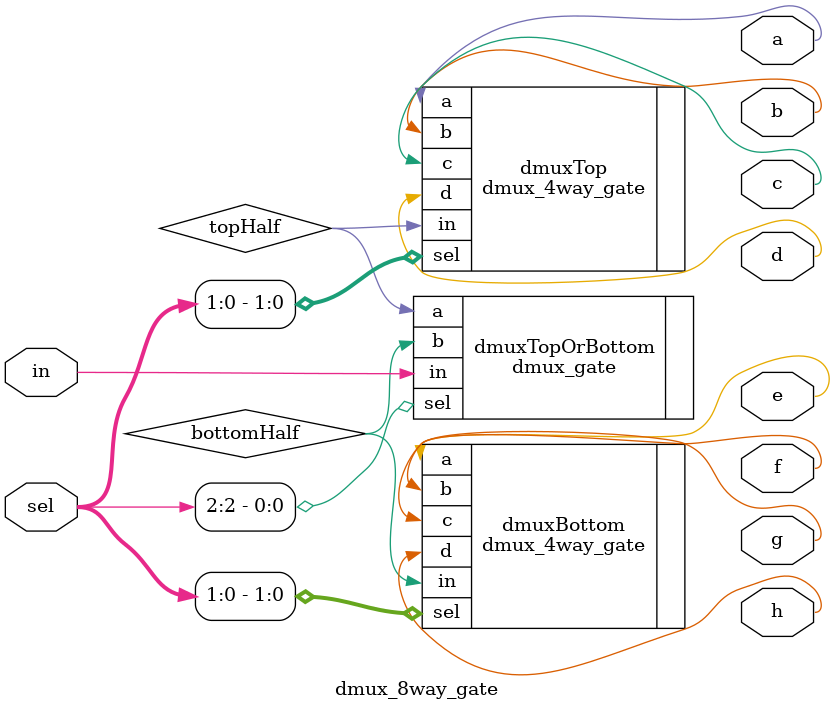
<source format=v>
`include "src/Week1/dmux_gate.v"
`include "src/Week1/dmux_4way_gate.v"

`ifndef DMUX_8WAY_GATE_V
`define DMUX_8WAY_GATE_V
module dmux_8way_gate(
    output wire a,
    output wire b,
    output wire c,
    output wire d,
    output wire e,
    output wire f,
    output wire g,
    output wire h,
    input wire in,
    input wire [2:0] sel
);
    // Simple 8-way DMUX gate
    // assign a = (sel == 3'b000) ? in : 1'b0;
    // assign b = (sel == 3'b001) ? in : 1'b0;
    // assign c = (sel == 3'b010) ? in : 1'b0;
    // assign d = (sel == 3'b011) ? in : 1'b0;
    // assign e = (sel == 3'b100) ? in : 1'b0;
    // assign f = (sel == 3'b101) ? in : 1'b0;
    // assign g = (sel == 3'b110) ? in : 1'b0;
    // assign h = (sel == 3'b111) ? in : 1'b0;

    // Using dmux_4way_gates
    wire topHalf, bottomHalf;
    dmux_gate dmuxTopOrBottom(
        .a(topHalf),
        .b(bottomHalf),
        .in(in),
        .sel(sel[2]) // 2nd bit of sel is the top (aOrBOrCOrD) or bottom (eOrFOrGOrH) selector
    );

    // Top half
    dmux_4way_gate dmuxTop(
        .a(a),
        .b(b),
        .c(c),
        .d(d),
        .in(topHalf),
        .sel(sel[1:0]) // 1st and 0th bits of sel is the top (aOrB) selector
    );

    // Bottom half
    dmux_4way_gate dmuxBottom(
        .a(e),
        .b(f),
        .c(g),
        .d(h),
        .in(bottomHalf),
        .sel(sel[1:0]) // 1st and 0th bits of sel is the bottom (eOrF) selector
    );
endmodule
`endif
</source>
